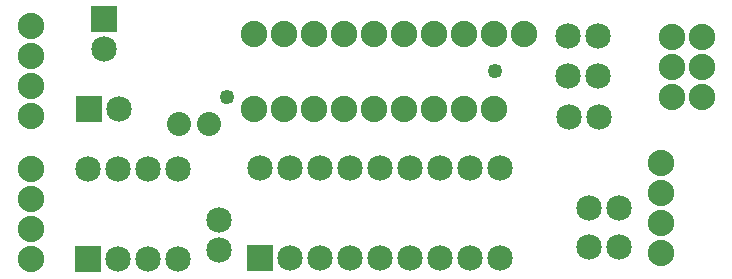
<source format=gbs>
G04 MADE WITH FRITZING*
G04 WWW.FRITZING.ORG*
G04 DOUBLE SIDED*
G04 HOLES PLATED*
G04 CONTOUR ON CENTER OF CONTOUR VECTOR*
%ASAXBY*%
%FSLAX23Y23*%
%MOIN*%
%OFA0B0*%
%SFA1.0B1.0*%
%ADD10C,0.049370*%
%ADD11C,0.085000*%
%ADD12C,0.080000*%
%ADD13C,0.088000*%
%ADD14C,0.088007*%
%ADD15R,0.085000X0.085000*%
%LNMASK0*%
G90*
G70*
G54D10*
X810Y635D03*
X1702Y721D03*
G54D11*
X919Y96D03*
X1019Y96D03*
X1119Y96D03*
X1219Y96D03*
X1319Y96D03*
X1419Y96D03*
X1519Y96D03*
X1619Y96D03*
X1719Y96D03*
X1719Y396D03*
X1619Y396D03*
X1519Y396D03*
X1419Y396D03*
X1319Y396D03*
X1219Y396D03*
X1119Y396D03*
X1019Y396D03*
X919Y396D03*
X401Y893D03*
X401Y793D03*
X351Y593D03*
X451Y593D03*
X346Y93D03*
X346Y393D03*
X446Y93D03*
X446Y393D03*
X546Y93D03*
X546Y393D03*
X646Y93D03*
X646Y393D03*
G54D12*
X751Y543D03*
X651Y543D03*
G54D11*
X2015Y133D03*
X2115Y133D03*
X2017Y265D03*
X2117Y265D03*
G54D13*
X1801Y843D03*
X1701Y843D03*
X1601Y843D03*
X1501Y843D03*
X1401Y843D03*
X1301Y843D03*
X1201Y843D03*
X1101Y843D03*
X1001Y843D03*
X901Y843D03*
G54D11*
X783Y125D03*
X783Y225D03*
G54D14*
X1701Y593D03*
X1601Y593D03*
X1501Y593D03*
X1401Y593D03*
X1301Y593D03*
X1201Y593D03*
X1101Y593D03*
X1001Y593D03*
X901Y593D03*
G54D11*
X2051Y567D03*
X1951Y567D03*
X2046Y836D03*
X1946Y836D03*
X2046Y703D03*
X1946Y703D03*
G54D13*
X2392Y633D03*
X2392Y733D03*
X2392Y833D03*
X2392Y633D03*
X2392Y733D03*
X2392Y833D03*
X2292Y833D03*
X2292Y733D03*
X2292Y633D03*
X2255Y414D03*
X2255Y314D03*
X2255Y214D03*
X2255Y114D03*
X157Y93D03*
X157Y193D03*
X157Y293D03*
X157Y393D03*
X155Y571D03*
X155Y671D03*
X155Y771D03*
X155Y871D03*
G54D15*
X919Y96D03*
X401Y893D03*
X351Y593D03*
X346Y93D03*
G04 End of Mask0*
M02*
</source>
